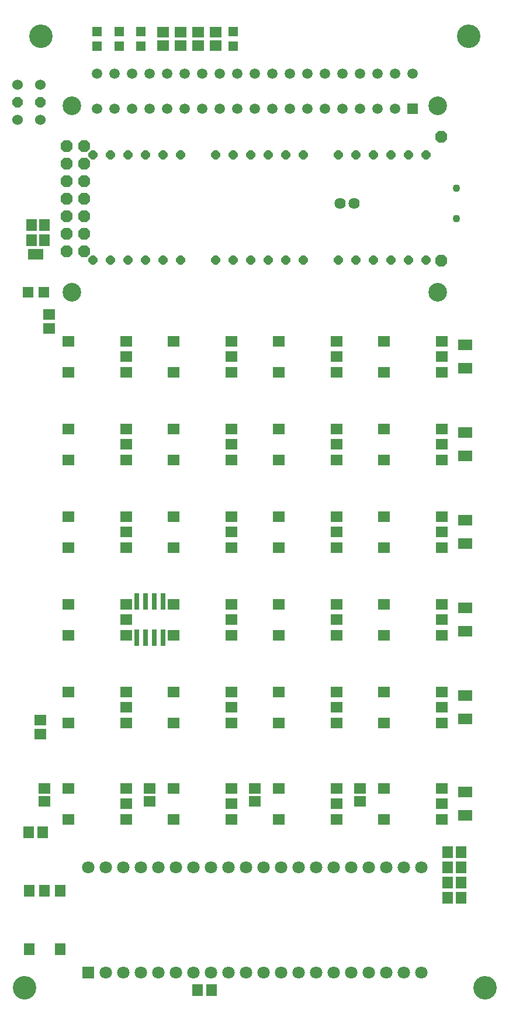
<source format=gts>
G75*
%MOIN*%
%OFA0B0*%
%FSLAX25Y25*%
%IPPOS*%
%LPD*%
%AMOC8*
5,1,8,0,0,1.08239X$1,22.5*
%
%ADD10C,0.13398*%
%ADD11R,0.07099X0.06312*%
%ADD12C,0.06400*%
%ADD13R,0.07887X0.06312*%
%ADD14OC8,0.05162*%
%ADD15OC8,0.06737*%
%ADD16C,0.10643*%
%ADD17R,0.05524X0.05524*%
%ADD18R,0.05918X0.07099*%
%ADD19R,0.07099X0.05918*%
%ADD20OC8,0.06000*%
%ADD21C,0.06000*%
%ADD22C,0.07100*%
%ADD23R,0.07100X0.07100*%
%ADD24C,0.04343*%
%ADD25R,0.03162X0.09461*%
%ADD26R,0.05950X0.05950*%
%ADD27C,0.05950*%
%ADD28R,0.06312X0.07099*%
%ADD29R,0.05918X0.05918*%
%ADD30R,0.08674X0.05918*%
D10*
X0110678Y0013900D03*
X0373178Y0013900D03*
X0363976Y0556646D03*
X0119881Y0556646D03*
D11*
X0135393Y0382758D03*
X0135393Y0365042D03*
X0135393Y0332758D03*
X0135393Y0315042D03*
X0135393Y0282758D03*
X0135393Y0265042D03*
X0135393Y0232758D03*
X0135393Y0215042D03*
X0135393Y0182758D03*
X0135393Y0165042D03*
X0135393Y0127758D03*
X0135393Y0110042D03*
X0168464Y0110042D03*
X0168464Y0118900D03*
X0168464Y0127758D03*
X0168464Y0165042D03*
X0168464Y0173900D03*
X0168464Y0182758D03*
X0168464Y0215042D03*
X0168464Y0223900D03*
X0168464Y0232758D03*
X0168464Y0265042D03*
X0168464Y0273900D03*
X0168464Y0282758D03*
X0168464Y0315042D03*
X0168464Y0323900D03*
X0168464Y0332758D03*
X0168464Y0365042D03*
X0168464Y0373900D03*
X0168464Y0382758D03*
X0195393Y0382758D03*
X0195393Y0365042D03*
X0195393Y0332758D03*
X0195393Y0315042D03*
X0195393Y0282758D03*
X0195393Y0265042D03*
X0195393Y0232758D03*
X0195393Y0215042D03*
X0195393Y0182758D03*
X0195393Y0165042D03*
X0195393Y0127758D03*
X0195393Y0110042D03*
X0228464Y0110042D03*
X0228464Y0118900D03*
X0228464Y0127758D03*
X0228464Y0165042D03*
X0228464Y0173900D03*
X0228464Y0182758D03*
X0228464Y0215042D03*
X0228464Y0223900D03*
X0228464Y0232758D03*
X0228464Y0265042D03*
X0228464Y0273900D03*
X0228464Y0282758D03*
X0228464Y0315042D03*
X0228464Y0323900D03*
X0228464Y0332758D03*
X0228464Y0365042D03*
X0228464Y0373900D03*
X0228464Y0382758D03*
X0255393Y0382758D03*
X0255393Y0365042D03*
X0255393Y0332758D03*
X0255393Y0315042D03*
X0255393Y0282758D03*
X0255393Y0265042D03*
X0255393Y0232758D03*
X0255393Y0215042D03*
X0255393Y0182758D03*
X0255393Y0165042D03*
X0255393Y0127758D03*
X0255393Y0110042D03*
X0288464Y0110042D03*
X0288464Y0118900D03*
X0288464Y0127758D03*
X0288464Y0165042D03*
X0288464Y0173900D03*
X0288464Y0182758D03*
X0288464Y0215042D03*
X0288464Y0223900D03*
X0288464Y0232758D03*
X0288464Y0265042D03*
X0288464Y0273900D03*
X0288464Y0282758D03*
X0288464Y0315042D03*
X0288464Y0323900D03*
X0288464Y0332758D03*
X0288464Y0365042D03*
X0288464Y0373900D03*
X0288464Y0382758D03*
X0315393Y0382758D03*
X0315393Y0365042D03*
X0315393Y0332758D03*
X0315393Y0315042D03*
X0315393Y0282758D03*
X0315393Y0265042D03*
X0315393Y0232758D03*
X0315393Y0215042D03*
X0315393Y0182758D03*
X0315393Y0165042D03*
X0315393Y0127758D03*
X0315393Y0110042D03*
X0348464Y0110042D03*
X0348464Y0118900D03*
X0348464Y0127758D03*
X0348464Y0165042D03*
X0348464Y0173900D03*
X0348464Y0182758D03*
X0348464Y0215042D03*
X0348464Y0223900D03*
X0348464Y0232758D03*
X0348464Y0265042D03*
X0348464Y0273900D03*
X0348464Y0282758D03*
X0348464Y0315042D03*
X0348464Y0323900D03*
X0348464Y0332758D03*
X0348464Y0365042D03*
X0348464Y0373900D03*
X0348464Y0382758D03*
D12*
X0298365Y0461400D03*
X0290491Y0461400D03*
D13*
X0361928Y0380593D03*
X0361928Y0367207D03*
X0361928Y0330593D03*
X0361928Y0317207D03*
X0361928Y0280593D03*
X0361928Y0267207D03*
X0361928Y0230593D03*
X0361928Y0217207D03*
X0361928Y0180593D03*
X0361928Y0167207D03*
X0361928Y0125593D03*
X0361928Y0112207D03*
D14*
X0339428Y0428900D03*
X0329428Y0428900D03*
X0319428Y0428900D03*
X0309428Y0428900D03*
X0299428Y0428900D03*
X0289428Y0428900D03*
X0269428Y0428900D03*
X0259428Y0428900D03*
X0249428Y0428900D03*
X0239428Y0428900D03*
X0229428Y0428900D03*
X0219428Y0428900D03*
X0199428Y0428900D03*
X0189428Y0428900D03*
X0179428Y0428900D03*
X0169428Y0428900D03*
X0159428Y0428900D03*
X0149428Y0428900D03*
X0149428Y0488900D03*
X0159428Y0488900D03*
X0169428Y0488900D03*
X0179428Y0488900D03*
X0189428Y0488900D03*
X0199428Y0488900D03*
X0219428Y0488900D03*
X0229428Y0488900D03*
X0239428Y0488900D03*
X0249428Y0488900D03*
X0259428Y0488900D03*
X0269428Y0488900D03*
X0289428Y0488900D03*
X0299428Y0488900D03*
X0309428Y0488900D03*
X0319428Y0488900D03*
X0329428Y0488900D03*
X0339428Y0488900D03*
D15*
X0348208Y0499333D03*
X0348208Y0428467D03*
X0144428Y0433900D03*
X0144428Y0443900D03*
X0144428Y0453900D03*
X0144428Y0463900D03*
X0144428Y0473900D03*
X0144428Y0483900D03*
X0144428Y0493900D03*
X0134428Y0493900D03*
X0134428Y0483900D03*
X0134428Y0473900D03*
X0134428Y0463900D03*
X0134428Y0453900D03*
X0134428Y0443900D03*
X0134428Y0433900D03*
D16*
X0137578Y0410750D03*
X0137578Y0517050D03*
X0346239Y0517050D03*
X0346239Y0410750D03*
D17*
X0229428Y0551016D03*
X0229428Y0559284D03*
X0176928Y0559284D03*
X0176928Y0551016D03*
X0164428Y0551016D03*
X0164428Y0559284D03*
X0151928Y0559284D03*
X0151928Y0551016D03*
D18*
X0121919Y0448900D03*
X0114438Y0448900D03*
X0114438Y0440150D03*
X0121919Y0440150D03*
X0120865Y0102650D03*
X0112991Y0102650D03*
X0209241Y0012650D03*
X0217115Y0012650D03*
X0351938Y0065150D03*
X0351938Y0073900D03*
X0359419Y0073900D03*
X0359419Y0065150D03*
X0359419Y0082650D03*
X0359419Y0091400D03*
X0351938Y0091400D03*
X0351938Y0082650D03*
D19*
X0301928Y0120160D03*
X0301928Y0127640D03*
X0241928Y0127640D03*
X0241928Y0120160D03*
X0181928Y0120160D03*
X0181928Y0127640D03*
X0121928Y0127640D03*
X0121928Y0120160D03*
X0119428Y0158713D03*
X0119428Y0166587D03*
X0124428Y0389963D03*
X0124428Y0397837D03*
X0189428Y0551410D03*
X0189428Y0558890D03*
X0199428Y0558890D03*
X0199428Y0551410D03*
X0209428Y0551410D03*
X0209428Y0558890D03*
X0219428Y0558890D03*
X0219428Y0551410D03*
D20*
X0119675Y0518900D03*
X0106682Y0518900D03*
D21*
X0106682Y0528900D03*
X0119675Y0528900D03*
X0119675Y0508900D03*
X0106682Y0508900D03*
D22*
X0146928Y0082650D03*
X0156928Y0082650D03*
X0166928Y0082650D03*
X0176928Y0082650D03*
X0186928Y0082650D03*
X0196928Y0082650D03*
X0206928Y0082650D03*
X0216928Y0082650D03*
X0226928Y0082650D03*
X0236928Y0082650D03*
X0246928Y0082650D03*
X0256928Y0082650D03*
X0266928Y0082650D03*
X0276928Y0082650D03*
X0286928Y0082650D03*
X0296928Y0082650D03*
X0306928Y0082650D03*
X0316928Y0082650D03*
X0326928Y0082650D03*
X0336928Y0082650D03*
X0336928Y0022650D03*
X0326928Y0022650D03*
X0316928Y0022650D03*
X0306928Y0022650D03*
X0296928Y0022650D03*
X0286928Y0022650D03*
X0276928Y0022650D03*
X0266928Y0022650D03*
X0256928Y0022650D03*
X0246928Y0022650D03*
X0236928Y0022650D03*
X0226928Y0022650D03*
X0216928Y0022650D03*
X0206928Y0022650D03*
X0196928Y0022650D03*
X0186928Y0022650D03*
X0176928Y0022650D03*
X0166928Y0022650D03*
X0156928Y0022650D03*
D23*
X0146928Y0022650D03*
D24*
X0356928Y0452739D03*
X0356928Y0470061D03*
D25*
X0189428Y0234136D03*
X0184428Y0234136D03*
X0179428Y0234136D03*
X0174428Y0234136D03*
X0174428Y0213664D03*
X0179428Y0213664D03*
X0184428Y0213664D03*
X0189428Y0213664D03*
D26*
X0331928Y0515150D03*
D27*
X0321928Y0515150D03*
X0311928Y0515150D03*
X0301928Y0515150D03*
X0291928Y0515150D03*
X0281928Y0515150D03*
X0271928Y0515150D03*
X0261928Y0515150D03*
X0251928Y0515150D03*
X0241928Y0515150D03*
X0231928Y0515150D03*
X0221928Y0515150D03*
X0211928Y0515150D03*
X0201928Y0515150D03*
X0191928Y0515150D03*
X0181928Y0515150D03*
X0171928Y0515150D03*
X0161928Y0515150D03*
X0151928Y0515150D03*
X0151928Y0535150D03*
X0161928Y0535150D03*
X0171928Y0535150D03*
X0181928Y0535150D03*
X0191928Y0535150D03*
X0201928Y0535150D03*
X0211928Y0535150D03*
X0221928Y0535150D03*
X0231928Y0535150D03*
X0241928Y0535150D03*
X0251928Y0535150D03*
X0261928Y0535150D03*
X0271928Y0535150D03*
X0281928Y0535150D03*
X0291928Y0535150D03*
X0301928Y0535150D03*
X0311928Y0535150D03*
X0321928Y0535150D03*
X0331928Y0535150D03*
D28*
X0130787Y0069185D03*
X0121928Y0069185D03*
X0113070Y0069185D03*
X0113070Y0036115D03*
X0130787Y0036115D03*
D29*
X0121456Y0410573D03*
X0112401Y0410573D03*
D30*
X0116928Y0432227D03*
M02*

</source>
